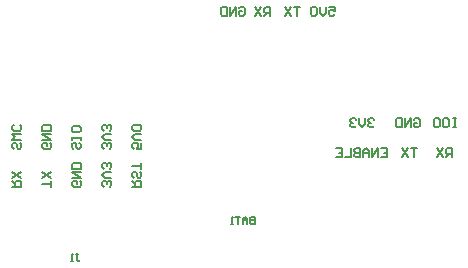
<source format=gbr>
%TF.GenerationSoftware,Altium Limited,Altium Designer,20.1.8 (145)*%
G04 Layer_Color=65535*
%FSLAX45Y45*%
%MOMM*%
%TF.SameCoordinates,F0989897-1A12-473C-90C7-768902EF80F2*%
%TF.FilePolarity,Positive*%
%TF.FileFunction,Legend,Bot*%
%TF.Part,Single*%
G01*
G75*
%TA.AperFunction,NonConductor*%
%ADD38C,0.15240*%
%ADD39C,0.12700*%
D38*
X2413484Y2217106D02*
X2426179Y2229802D01*
X2451571D01*
X2464267Y2217106D01*
Y2166323D01*
X2451571Y2153627D01*
X2426179D01*
X2413484Y2166323D01*
Y2191714D01*
X2438875D01*
X2388092Y2153627D02*
Y2229802D01*
X2337308Y2153627D01*
Y2229802D01*
X2311916D02*
Y2153627D01*
X2273829D01*
X2261133Y2166323D01*
Y2217106D01*
X2273829Y2229802D01*
X2311916D01*
X2680179Y2151380D02*
Y2227555D01*
X2642091D01*
X2629396Y2214859D01*
Y2189468D01*
X2642091Y2176772D01*
X2680179D01*
X2654787D02*
X2629396Y2151380D01*
X2604004Y2227555D02*
X2553220Y2151380D01*
Y2227555D02*
X2604004Y2151380D01*
X2934179Y2227555D02*
X2883396D01*
X2908787D01*
Y2151380D01*
X2858004Y2227555D02*
X2807220Y2151380D01*
Y2227555D02*
X2858004Y2151380D01*
X3175484Y2229802D02*
X3226267D01*
Y2191715D01*
X3200875Y2204410D01*
X3188179D01*
X3175484Y2191715D01*
Y2166323D01*
X3188179Y2153627D01*
X3213571D01*
X3226267Y2166323D01*
X3150092Y2229802D02*
Y2179019D01*
X3124700Y2153627D01*
X3099308Y2179019D01*
Y2229802D01*
X3073916Y2217106D02*
X3061220Y2229802D01*
X3035829D01*
X3023133Y2217106D01*
Y2166323D01*
X3035829Y2153627D01*
X3061220D01*
X3073916Y2166323D01*
Y2217106D01*
X3560956Y1276856D02*
X3548260Y1289552D01*
X3522868D01*
X3510172Y1276856D01*
Y1264160D01*
X3522868Y1251464D01*
X3535564D01*
X3522868D01*
X3510172Y1238768D01*
Y1226072D01*
X3522868Y1213377D01*
X3548260D01*
X3560956Y1226072D01*
X3484780Y1289552D02*
Y1238768D01*
X3459389Y1213377D01*
X3433997Y1238768D01*
Y1289552D01*
X3408605Y1276856D02*
X3395909Y1289552D01*
X3370517D01*
X3357822Y1276856D01*
Y1264160D01*
X3370517Y1251464D01*
X3383213D01*
X3370517D01*
X3357822Y1238768D01*
Y1226072D01*
X3370517Y1213377D01*
X3395909D01*
X3408605Y1226072D01*
X3893365Y1276856D02*
X3906061Y1289552D01*
X3931453D01*
X3944149Y1276856D01*
Y1226072D01*
X3931453Y1213377D01*
X3906061D01*
X3893365Y1226072D01*
Y1251464D01*
X3918757D01*
X3867973Y1213377D02*
Y1289552D01*
X3817190Y1213377D01*
Y1289552D01*
X3791798D02*
Y1213377D01*
X3753710D01*
X3741015Y1226072D01*
Y1276856D01*
X3753710Y1289552D01*
X3791798D01*
X4254608D02*
X4229216D01*
X4241912D01*
Y1213377D01*
X4254608D01*
X4229216D01*
X4153040Y1289552D02*
X4178432D01*
X4191128Y1276856D01*
Y1226072D01*
X4178432Y1213377D01*
X4153040D01*
X4140345Y1226072D01*
Y1276856D01*
X4153040Y1289552D01*
X4114953Y1276856D02*
X4102257Y1289552D01*
X4076865D01*
X4064169Y1276856D01*
Y1226072D01*
X4076865Y1213377D01*
X4102257D01*
X4114953Y1226072D01*
Y1276856D01*
X4218677Y959476D02*
Y1035652D01*
X4180589D01*
X4167893Y1022956D01*
Y997564D01*
X4180589Y984868D01*
X4218677D01*
X4193285D02*
X4167893Y959476D01*
X4142501Y1035652D02*
X4091718Y959476D01*
Y1035652D02*
X4142501Y959476D01*
X3918677Y1035652D02*
X3867893D01*
X3893285D01*
Y959476D01*
X3842501Y1035652D02*
X3791718Y959476D01*
Y1035652D02*
X3842501Y959476D01*
X3620244Y1035652D02*
X3671027D01*
Y959476D01*
X3620244D01*
X3671027Y997564D02*
X3645636D01*
X3594852Y959476D02*
Y1035652D01*
X3544069Y959476D01*
Y1035652D01*
X3518677Y959476D02*
Y1010260D01*
X3493285Y1035652D01*
X3467893Y1010260D01*
Y959476D01*
Y997564D01*
X3518677D01*
X3442501Y1035652D02*
Y959476D01*
X3404414D01*
X3391718Y972172D01*
Y984868D01*
X3404414Y997564D01*
X3442501D01*
X3404414D01*
X3391718Y1010260D01*
Y1022956D01*
X3404414Y1035652D01*
X3442501D01*
X3366326D02*
Y959476D01*
X3315543D01*
X3239367Y1035652D02*
X3290151D01*
Y959476D01*
X3239367D01*
X3290151Y997564D02*
X3264759D01*
X558461Y1080797D02*
X571157Y1068101D01*
Y1042709D01*
X558461Y1030013D01*
X545765D01*
X533069Y1042709D01*
Y1068101D01*
X520373Y1080797D01*
X507677D01*
X494981Y1068101D01*
Y1042709D01*
X507677Y1030013D01*
X571157Y1106189D02*
X494981D01*
X520373Y1131580D01*
X494981Y1156972D01*
X571157D01*
X558461Y1233147D02*
X571157Y1220452D01*
Y1195060D01*
X558461Y1182364D01*
X507677D01*
X494981Y1195060D01*
Y1220452D01*
X507677Y1233147D01*
X812461Y1080797D02*
X825157Y1068101D01*
Y1042709D01*
X812461Y1030013D01*
X761677D01*
X748981Y1042709D01*
Y1068101D01*
X761677Y1080797D01*
X787069D01*
Y1055405D01*
X748981Y1106189D02*
X825157D01*
X748981Y1156972D01*
X825157D01*
Y1182364D02*
X748981D01*
Y1220452D01*
X761677Y1233147D01*
X812461D01*
X825157Y1220452D01*
Y1182364D01*
X1064239Y1080797D02*
X1076935Y1068101D01*
Y1042709D01*
X1064239Y1030013D01*
X1051543D01*
X1038848Y1042709D01*
Y1068101D01*
X1026152Y1080797D01*
X1013456D01*
X1000760Y1068101D01*
Y1042709D01*
X1013456Y1030013D01*
X1076935Y1106189D02*
Y1131580D01*
Y1118884D01*
X1000760D01*
Y1106189D01*
Y1131580D01*
X1076935Y1207756D02*
Y1182364D01*
X1064239Y1169668D01*
X1013456D01*
X1000760Y1182364D01*
Y1207756D01*
X1013456Y1220451D01*
X1064239D01*
X1076935Y1207756D01*
X1320461Y1030013D02*
X1333157Y1042709D01*
Y1068101D01*
X1320461Y1080797D01*
X1307765D01*
X1295069Y1068101D01*
Y1055405D01*
Y1068101D01*
X1282373Y1080797D01*
X1269677D01*
X1256981Y1068101D01*
Y1042709D01*
X1269677Y1030013D01*
X1333157Y1106189D02*
X1282373D01*
X1256981Y1131580D01*
X1282373Y1156972D01*
X1333157D01*
X1320461Y1182364D02*
X1333157Y1195060D01*
Y1220452D01*
X1320461Y1233147D01*
X1307765D01*
X1295069Y1220452D01*
Y1207756D01*
Y1220452D01*
X1282373Y1233147D01*
X1269677D01*
X1256981Y1220452D01*
Y1195060D01*
X1269677Y1182364D01*
X1587157Y1080797D02*
Y1030013D01*
X1549069D01*
X1561765Y1055405D01*
Y1068101D01*
X1549069Y1080797D01*
X1523677D01*
X1510981Y1068101D01*
Y1042709D01*
X1523677Y1030013D01*
X1587157Y1106189D02*
X1536373D01*
X1510981Y1131580D01*
X1536373Y1156972D01*
X1587157D01*
X1574461Y1182364D02*
X1587157Y1195060D01*
Y1220452D01*
X1574461Y1233147D01*
X1523677D01*
X1510981Y1220452D01*
Y1195060D01*
X1523677Y1182364D01*
X1574461D01*
X1510172Y707898D02*
X1586347D01*
Y745986D01*
X1573651Y758682D01*
X1548260D01*
X1535564Y745986D01*
Y707898D01*
Y733290D02*
X1510172Y758682D01*
X1573651Y834857D02*
X1586347Y822161D01*
Y796770D01*
X1573651Y784074D01*
X1560955D01*
X1548260Y796770D01*
Y822161D01*
X1535564Y834857D01*
X1522868D01*
X1510172Y822161D01*
Y796770D01*
X1522868Y784074D01*
X1586347Y860249D02*
Y911032D01*
Y885641D01*
X1510172D01*
X1319651Y707898D02*
X1332347Y720594D01*
Y745986D01*
X1319651Y758682D01*
X1306955D01*
X1294260Y745986D01*
Y733290D01*
Y745986D01*
X1281564Y758682D01*
X1268868D01*
X1256172Y745986D01*
Y720594D01*
X1268868Y707898D01*
X1332347Y784074D02*
X1281564D01*
X1256172Y809465D01*
X1281564Y834857D01*
X1332347D01*
X1319651Y860249D02*
X1332347Y872945D01*
Y898337D01*
X1319651Y911032D01*
X1306955D01*
X1294260Y898337D01*
Y885641D01*
Y898337D01*
X1281564Y911032D01*
X1268868D01*
X1256172Y898337D01*
Y872945D01*
X1268868Y860249D01*
X1065651Y758682D02*
X1078347Y745986D01*
Y720594D01*
X1065651Y707898D01*
X1014868D01*
X1002172Y720594D01*
Y745986D01*
X1014868Y758682D01*
X1040260D01*
Y733290D01*
X1002172Y784074D02*
X1078347D01*
X1002172Y834857D01*
X1078347D01*
Y860249D02*
X1002172D01*
Y898337D01*
X1014868Y911032D01*
X1065651D01*
X1078347Y898337D01*
Y860249D01*
X824347Y707898D02*
Y758682D01*
Y733290D01*
X748172D01*
X824347Y784074D02*
X748172Y834857D01*
X824347D02*
X748172Y784074D01*
X494172Y707898D02*
X570347D01*
Y745986D01*
X557651Y758682D01*
X532260D01*
X519564Y745986D01*
Y707898D01*
Y733290D02*
X494172Y758682D01*
X570347Y784074D02*
X494172Y834857D01*
X570347D02*
X494172Y784074D01*
D39*
X1032004Y141357D02*
X1052318D01*
X1042161D01*
Y90573D01*
X1052318Y80416D01*
X1062474D01*
X1072631Y90573D01*
X1011691Y80416D02*
X991377D01*
X1001534D01*
Y141357D01*
X1011691Y131200D01*
X2547088Y455320D02*
Y394380D01*
X2516618D01*
X2506461Y404537D01*
Y414694D01*
X2516618Y424850D01*
X2547088D01*
X2516618D01*
X2506461Y435007D01*
Y445164D01*
X2516618Y455320D01*
X2547088D01*
X2486148Y394380D02*
Y435007D01*
X2465834Y455320D01*
X2445521Y435007D01*
Y394380D01*
Y424850D01*
X2486148D01*
X2425207Y455320D02*
X2384581D01*
X2404894D01*
Y394380D01*
X2364267D02*
X2343954D01*
X2354111D01*
Y455320D01*
X2364267Y445164D01*
%TF.MD5,89c1494e0a17beb8d218c9de42058c84*%
M02*

</source>
